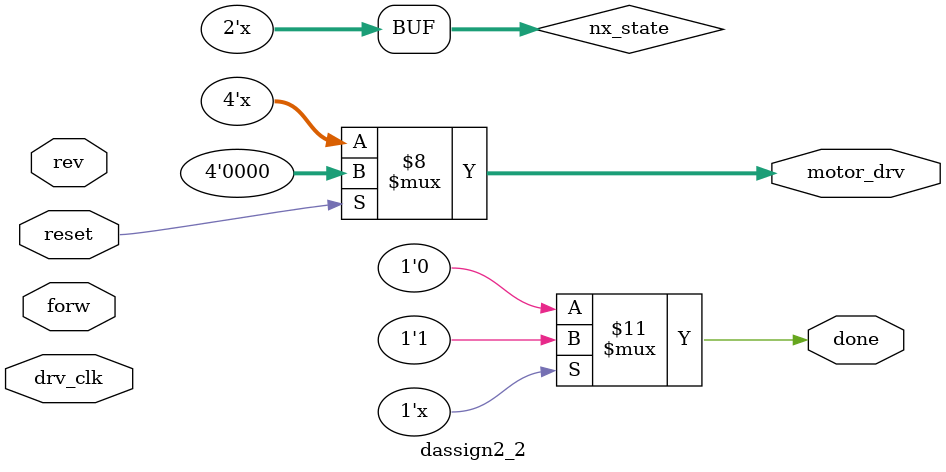
<source format=v>

module inv(y,a);
   output y;
   input  a;

   assign y=~(a);
endmodule

module and2(y,a,b);
   output y;
   input  a,b;

   assign y=a&b ;
endmodule

module or2(y,a,b);
   output y;
   input  a,b;

   assign y=a|b ;
endmodule

module xor2(y,a,b);
   output y;
   input  a,b;

   assign y=a^b ;
endmodule

module mux21(y, i0, i1, sel);
   output y;
   input  i0, i1,sel;

   //sel = 1 choose i1, otherwise i0)
   assign y = (sel) ? i1 : i0;
endmodule // mux21

//
// Blocks for you to design begins here
//
module sbs(d, bout, x, y, bin);
   output d, bout;
   input  x, y, bin;

   //
   // Implement the single bit subtract here
   //
  wire xorone, oryandbin, andyandbin;
  
  //xor of the x and y and bin is d
  xor2 firstxor(xorone, x, y);
  xor2 secondxor(d, xorone, bin);
  
  //or y and bin
  or2 yandbin1(oryandbin, y, bin);
  
  //and y and bin
  and2 yandbin2(andyandbin, y, bin);
  
  //mux of two above with x as select bit is bout
  mux21 bitmx(bout, oryandbin, andyandbin, x);
  
  
endmodule 

module subtract8(d, bout, x, y);
   output [7:0] d;
   output 	bout;
   input [7:0] 	x, y;

   wire 	bin;
   wire [7:0] 	b;

   assign bin = 1'b0;
   assign bout = b[7];
   // 
   // Implement the 8-bit subtract function here
   // 
  
  sbs sbs0(d[0], b[0], x[0], y[0], bin);
  sbs sbs1(d[1], b[1], x[1], y[1], b[0]);
  sbs sbs2(d[2], b[2], x[2], y[2], b[1]);
  sbs sbs3(d[3], b[3], x[3], y[3], b[2]);
  sbs sbs4(d[4], b[4], x[4], y[4], b[3]);
  sbs sbs5(d[5], b[5], x[5], y[5], b[4]);
  sbs sbs6(d[6], b[6], x[6], y[6], b[5]);
  sbs sbs7(d[7], b[7], x[7], y[7], b[6]);

endmodule

module dassign2_1 (q, rout, rin, din);
   output q;
   output [7:0] rout;
   input [7:0] 	rin, din;
   //
   // Instantiate the subtract module
   // 
   wire 	bout;
   wire [7:0] 	dout;

   subtract8 sub8(dout, bout, rin, din);         

   //
   // Implement the rest of the SCS function here
   //
  
  
  //invert bout to get q
  
  inv invbout(q, bout);
  
  //mutex with bout as select
  //invert bout?
  mux21 bit0(rout[0], dout[0], rin[0], bout);
  mux21 bit1(rout[1], dout[1], rin[1], bout);
  mux21 bit2(rout[2], dout[2], rin[2], bout);
  mux21 bit3(rout[3], dout[3], rin[3], bout);
  mux21 bit4(rout[4], dout[4], rin[4], bout);
  mux21 bit5(rout[5], dout[5], rin[5], bout);
  mux21 bit6(rout[6], dout[6], rin[6], bout);
  mux21 bit7(rout[7], dout[7], rin[7], bout);

endmodule

module dassign2_2 (motor_drv, done, forw, rev, reset, drv_clk);
   output [3:0] motor_drv;
   output 	done;
   input 	forw, rev, reset, drv_clk;

   //
   // Parameters declaration for State Bits (An example)
   //
   parameter STATE_BITS = 2;
   parameter S0_ST = 2'b00;
   parameter S1_ST = 2'b01;
   parameter S2_ST = 2'b10;
   parameter S3_ST = 2'b11;

   reg [STATE_BITS-1:0] state, nx_state;
   reg 			done;
   reg [3:0] 		motor_drv;

   //
   // Storage elements for the state bits (You should not change)
   //
   always @(posedge drv_clk) begin
     
      state <= nx_state;  
   end

   always @(state or forw or rev or reset) begin
     if(forw)
       case(state)
         S0_ST: {nx_state, motor_drv, done}= {S1_ST, 4'b0001, 1'b1};
         S1_ST: {nx_state, motor_drv} = {S2_ST, 4'b0010};
         S2_ST: {nx_state, motor_drv} = {S3_ST,4'b0100 };
         S3_ST: {nx_state, motor_drv} = {S0_ST, 4'b1000};  
       endcase
     else
     if(rev) 
       case(state)
         S0_ST: {nx_state, motor_drv, done}= {S3_ST, 4'b0001, 1'b1};
         S3_ST: {nx_state, motor_drv} = {S2_ST, 4'b1000};
         S2_ST: {nx_state, motor_drv} = {S1_ST,4'b0100 };
         S1_ST: {nx_state, motor_drv} = {S0_ST, 4'b0010};
       endcase
     else
       nx_state = state;
     
     if(motor_drv == 4'b0001)
       done = 1'b1;
     else
       done = 1'b0;
     
     if(reset)begin
       motor_drv = 4'b0000;
       state = S0_ST;
     end
   end // always @ (state or forw or rev or reset)
endmodule // dassign2_2



</source>
